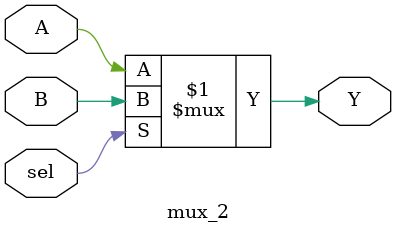
<source format=v>
`timescale 1ns / 1ps


module mux_2(
    output Y,
    input A,
    input B,
    input sel
    );
    
    assign Y = sel ? B : A; // sel == 1 -> B; sel == 0 -> A
    
endmodule


</source>
